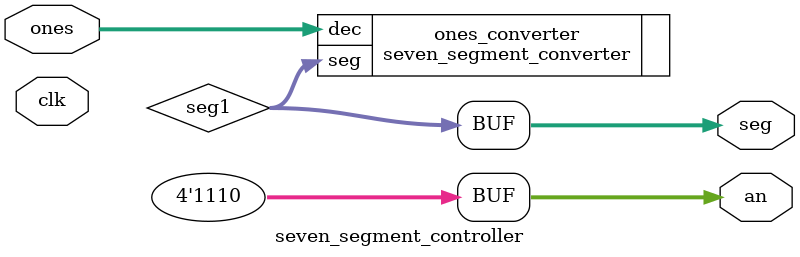
<source format=v>
`timescale 1ns / 1ps

module seven_segment_controller(
        input clk,
        input [3:0] ones,
        output [6:0] seg,
        output [3:0] an
    );
    
    wire [6:0] seg1;

    seven_segment_converter ones_converter(.dec(ones), .seg(seg1));
    
    assign seg = seg1;
    assign an = 4'b1110;
    
endmodule

</source>
